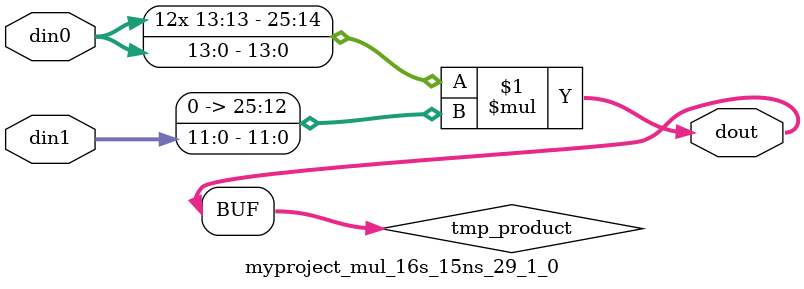
<source format=v>

`timescale 1 ns / 1 ps

  module myproject_mul_16s_15ns_29_1_0(din0, din1, dout);
parameter ID = 1;
parameter NUM_STAGE = 0;
parameter din0_WIDTH = 14;
parameter din1_WIDTH = 12;
parameter dout_WIDTH = 26;

input [din0_WIDTH - 1 : 0] din0; 
input [din1_WIDTH - 1 : 0] din1; 
output [dout_WIDTH - 1 : 0] dout;

wire signed [dout_WIDTH - 1 : 0] tmp_product;












assign tmp_product = $signed(din0) * $signed({1'b0, din1});









assign dout = tmp_product;







endmodule

</source>
